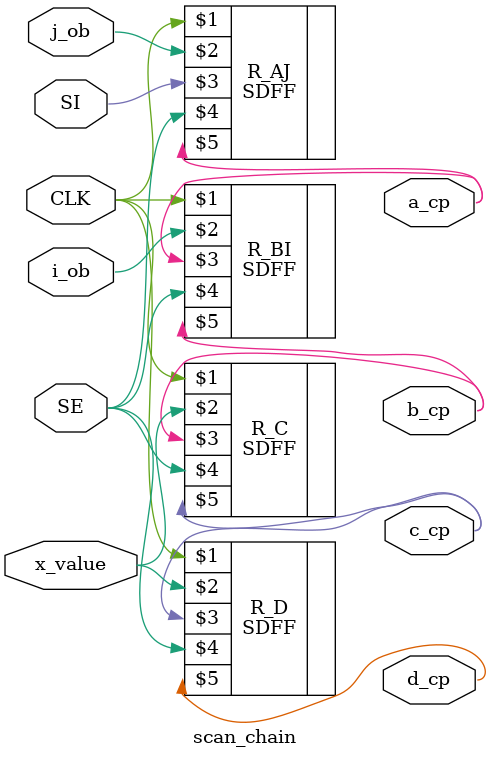
<source format=v>
module scan_chain(SI,SE,CLK,j_ob,a_cp,i_ob,b_cp,c_cp,d_cp,x_value);
	input CLK,SE,j_ob,i_ob,x_value;
	input SI;
	output a_cp,b_cp,c_cp,d_cp;
	
	
	SDFF R_AJ(CLK, j_ob, SI, SE, a_cp);
	SDFF R_BI(CLK, i_ob, a_cp, SE, b_cp);
	SDFF R_C(CLK, x_value, b_cp, SE, c_cp);
	SDFF R_D(CLK, x_value, c_cp, SE, d_cp);
endmodule
	  
</source>
